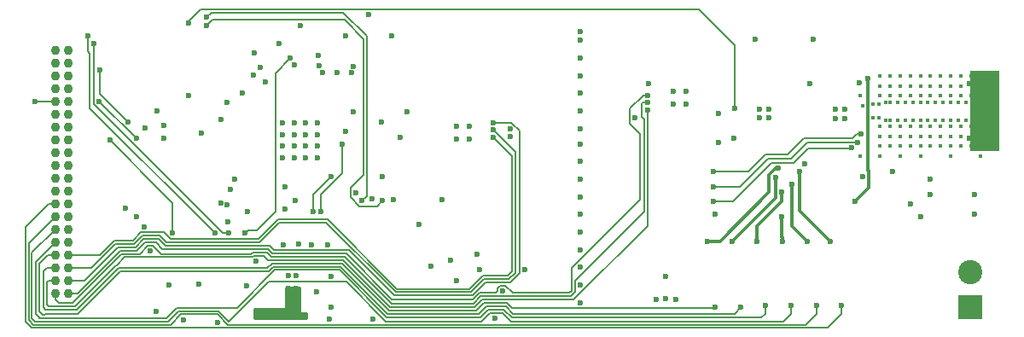
<source format=gbl>
G04 #@! TF.FileFunction,Copper,L4,Bot,Signal*
%FSLAX46Y46*%
G04 Gerber Fmt 4.6, Leading zero omitted, Abs format (unit mm)*
G04 Created by KiCad (PCBNEW 4.0.4-stable) date Sun Sep 18 14:26:42 2016*
%MOMM*%
%LPD*%
G01*
G04 APERTURE LIST*
%ADD10C,0.100000*%
%ADD11C,0.381000*%
%ADD12C,2.400000*%
%ADD13R,2.400000X2.400000*%
%ADD14C,0.925000*%
%ADD15R,3.000000X8.000000*%
%ADD16C,0.600000*%
%ADD17C,0.350000*%
%ADD18C,0.200000*%
%ADD19C,0.254000*%
G04 APERTURE END LIST*
D10*
D11*
X256000000Y-99000000D03*
X253000000Y-99000000D03*
X250000000Y-99000000D03*
X248000000Y-99000000D03*
X246000000Y-99000000D03*
X244000000Y-99000000D03*
X244000000Y-93000000D03*
X246000000Y-91000000D03*
X246000000Y-92000000D03*
X246000000Y-93000000D03*
X247000000Y-93000000D03*
X249000000Y-93000000D03*
X248000000Y-93000000D03*
X250000000Y-93000000D03*
X251000000Y-93000000D03*
X252000000Y-93000000D03*
X253000000Y-93000000D03*
X254000000Y-93000000D03*
X256000000Y-92000000D03*
X254000000Y-92000000D03*
X253000000Y-92000000D03*
X252000000Y-92000000D03*
X251000000Y-92000000D03*
X250000000Y-92000000D03*
X249000000Y-92000000D03*
X248000000Y-92000000D03*
X247000000Y-92000000D03*
X247000000Y-91000000D03*
X248000000Y-91000000D03*
X249000000Y-91000000D03*
X250000000Y-91000000D03*
X251000000Y-91000000D03*
X253000000Y-91000000D03*
X252000000Y-91000000D03*
X254000000Y-91000000D03*
X255000000Y-91000000D03*
X256000000Y-91000000D03*
X257000000Y-91000000D03*
X257000000Y-92000000D03*
X257000000Y-93000000D03*
X256000000Y-93000000D03*
X255000000Y-93000000D03*
X255000000Y-96000000D03*
X257000000Y-96000000D03*
X256000000Y-96000000D03*
X256000000Y-97000000D03*
X257000000Y-97000000D03*
X257000000Y-98000000D03*
X256000000Y-98000000D03*
X255000000Y-98000000D03*
X254000000Y-98000000D03*
X254000000Y-97000000D03*
X254000000Y-96000000D03*
X253000000Y-96000000D03*
X253000000Y-97000000D03*
X253000000Y-98000000D03*
X252000000Y-98000000D03*
X252000000Y-97000000D03*
X252000000Y-96000000D03*
X251000000Y-96000000D03*
X251000000Y-97000000D03*
X251000000Y-98000000D03*
X250000000Y-98000000D03*
X250000000Y-97000000D03*
X250000000Y-96000000D03*
X249000000Y-96000000D03*
X249000000Y-97000000D03*
X249000000Y-98000000D03*
X248000000Y-98000000D03*
X248000000Y-97000000D03*
X248000000Y-96000000D03*
X247000000Y-96000000D03*
X247000000Y-97000000D03*
X247000000Y-98000000D03*
X246000000Y-98000000D03*
X246000000Y-97000000D03*
X246000000Y-96000000D03*
X257500000Y-93600000D03*
X256750000Y-93600000D03*
X256000000Y-93600000D03*
X255250000Y-93600000D03*
X251500000Y-93600000D03*
X250750000Y-93600000D03*
X253750000Y-93600000D03*
X253000000Y-93600000D03*
X252250000Y-93600000D03*
X254500000Y-93600000D03*
X250000000Y-93600000D03*
X249250000Y-93600000D03*
X248500000Y-93600000D03*
X247750000Y-93600000D03*
X257500000Y-95400000D03*
X256750000Y-95400000D03*
X256000000Y-95400000D03*
X255250000Y-95400000D03*
X254500000Y-95400000D03*
X253750000Y-95400000D03*
X253000000Y-95400000D03*
X252250000Y-95400000D03*
X251500000Y-95400000D03*
X250750000Y-95400000D03*
X250000000Y-95400000D03*
X249250000Y-95400000D03*
X248500000Y-95400000D03*
X247750000Y-95400000D03*
X247000000Y-95400000D03*
X247000000Y-93600000D03*
X246600000Y-95400000D03*
X246600000Y-93600000D03*
X245900000Y-93850000D03*
X245900000Y-95200000D03*
X245300000Y-95200000D03*
X245300000Y-93850000D03*
D12*
X254950000Y-110450000D03*
D13*
X254950000Y-113950000D03*
D14*
X164180000Y-88450000D03*
X165450000Y-88450000D03*
X164180000Y-89720000D03*
X165450000Y-89720000D03*
X164180000Y-90990000D03*
X165450000Y-90990000D03*
X164180000Y-92260000D03*
X165450000Y-92260000D03*
X164180000Y-93530000D03*
X165450000Y-93530000D03*
X164180000Y-94800000D03*
X165450000Y-94800000D03*
X164180000Y-96070000D03*
X165450000Y-96070000D03*
X164180000Y-97340000D03*
X165450000Y-97340000D03*
X164180000Y-98610000D03*
X165450000Y-98610000D03*
X164180000Y-99880000D03*
X165450000Y-99880000D03*
X164180000Y-101150000D03*
X165450000Y-101150000D03*
X164180000Y-102420000D03*
X165450000Y-102420000D03*
X164180000Y-103690000D03*
X165450000Y-103690000D03*
X164180000Y-104960000D03*
X165450000Y-104960000D03*
X164180000Y-106230000D03*
X165450000Y-106230000D03*
X164180000Y-107500000D03*
X165450000Y-107500000D03*
X164180000Y-108770000D03*
X165450000Y-108770000D03*
X164180000Y-110040000D03*
X165450000Y-110040000D03*
X164180000Y-111310000D03*
X165450000Y-111310000D03*
X164180000Y-112580000D03*
X165450000Y-112580000D03*
D15*
X256400000Y-94500000D03*
D11*
X244300000Y-93950000D03*
D16*
X195700000Y-115150000D03*
X254900000Y-97200000D03*
X254900000Y-91800000D03*
X203400000Y-109300000D03*
X203950000Y-111350000D03*
X200250000Y-105750000D03*
X197750000Y-103250000D03*
X202500000Y-103250000D03*
X223760000Y-113160000D03*
X224750000Y-113150000D03*
X225740000Y-113210000D03*
X224750000Y-110950000D03*
X180600000Y-103600000D03*
X187000000Y-104250000D03*
X190325000Y-90000000D03*
X187848126Y-89888232D03*
X181200000Y-103800000D03*
X181200000Y-93600000D03*
X174300000Y-94500000D03*
X174900000Y-95900000D03*
X174900000Y-97200000D03*
X171100000Y-104100000D03*
X173000000Y-106000000D03*
X172200000Y-105000000D03*
X176900000Y-115200000D03*
X178400000Y-111700000D03*
X175425000Y-111725000D03*
X178650000Y-96650000D03*
X181950000Y-101250000D03*
X180300000Y-115500000D03*
X184100000Y-109400000D03*
X186100000Y-115000000D03*
X187200000Y-115000000D03*
X188100000Y-110800000D03*
X187300000Y-110800000D03*
X188100000Y-112110000D03*
X187270000Y-112110000D03*
X187270000Y-113300000D03*
X188100000Y-113300000D03*
X188000000Y-115000000D03*
X191500000Y-114000000D03*
X195250000Y-84950000D03*
X209300000Y-96300000D03*
X255400000Y-104700000D03*
X181500000Y-102300000D03*
X182750000Y-92750000D03*
X181250000Y-105500000D03*
X187000000Y-102000000D03*
X195600000Y-103200000D03*
X194000000Y-102600000D03*
X190300000Y-89000000D03*
X183900000Y-88700000D03*
X184500000Y-90200000D03*
X186700000Y-99150000D03*
X187850000Y-99150000D03*
X189000000Y-99150000D03*
X190150000Y-99150000D03*
X190150000Y-98000000D03*
X189000000Y-98000000D03*
X187850000Y-98000000D03*
X186700000Y-98000000D03*
X186700000Y-96850000D03*
X187850000Y-96850000D03*
X189000000Y-96850000D03*
X190150000Y-96850000D03*
X190150000Y-95700000D03*
X189000000Y-95700000D03*
X187850000Y-95700000D03*
X186700000Y-95700000D03*
X221700000Y-95200000D03*
X193600000Y-90700000D03*
X192100000Y-90700000D03*
X190700000Y-90700000D03*
X185000000Y-91600000D03*
X193700000Y-94600000D03*
X199100000Y-94600000D03*
X193700000Y-90100000D03*
X193000000Y-87000000D03*
X197500000Y-87000000D03*
X198350000Y-97150000D03*
X210750000Y-110250000D03*
X203950000Y-97300000D03*
X205250000Y-97300000D03*
X205250000Y-96000000D03*
X203950000Y-96000000D03*
X206000000Y-108700000D03*
X206250000Y-110250000D03*
X208550000Y-112350000D03*
X207750000Y-115050000D03*
X230000000Y-97600000D03*
X231500000Y-97200000D03*
X229650000Y-104750000D03*
X239050000Y-91750000D03*
X243900000Y-91700000D03*
X239350000Y-87400000D03*
X251000000Y-101250000D03*
X244250000Y-101000000D03*
X247200000Y-100500000D03*
X238500000Y-99750000D03*
X241600000Y-95250000D03*
X242500000Y-95250000D03*
X242500000Y-94350000D03*
X241600000Y-94350000D03*
X234050000Y-95200000D03*
X234950000Y-95200000D03*
X234950000Y-94300000D03*
X234050000Y-94300000D03*
X225450000Y-93800000D03*
X226750000Y-93800000D03*
X226750000Y-92500000D03*
X225450000Y-92500000D03*
X250000000Y-105000000D03*
X249000000Y-103750000D03*
X216250000Y-86572500D03*
X216250000Y-113500000D03*
X216250000Y-111750000D03*
X216250000Y-108250000D03*
X216250000Y-104750000D03*
X216250000Y-101250000D03*
X216250000Y-97750000D03*
X216250000Y-89250000D03*
X216250000Y-87500000D03*
X216250000Y-91000000D03*
X216250000Y-92750000D03*
X216250000Y-94500000D03*
X216250000Y-96250000D03*
X216250000Y-99500000D03*
X216250000Y-103000000D03*
X216250000Y-106500000D03*
X216250000Y-110000000D03*
X183000000Y-106600000D03*
X187500000Y-89250000D03*
X188500000Y-86000000D03*
X251000000Y-102750000D03*
X191500000Y-110900000D03*
X209300000Y-97027003D03*
X255400000Y-102800000D03*
X223000000Y-91800000D03*
X230000000Y-94700000D03*
X233600000Y-87400000D03*
X243500000Y-103500000D03*
X244800000Y-91300000D03*
X189750000Y-104500000D03*
X191500000Y-101000000D03*
X235900000Y-100200000D03*
X228900000Y-107400000D03*
X235650000Y-101100000D03*
X231300000Y-107450000D03*
X236252010Y-102500000D03*
X233800000Y-107450000D03*
X238000000Y-100500000D03*
X241050000Y-107450000D03*
X237250000Y-101750000D03*
X238800000Y-107450000D03*
X236250000Y-105000000D03*
X236300000Y-107450000D03*
X201450000Y-109900000D03*
X188000000Y-103400000D03*
X177350000Y-92950000D03*
X173600000Y-108400000D03*
X173100000Y-96200000D03*
X180600000Y-95350000D03*
X183150000Y-111850000D03*
X183250000Y-104500000D03*
X196600000Y-101000000D03*
X186400000Y-87800000D03*
X183800000Y-90900000D03*
X193000000Y-96500000D03*
X196550000Y-95550000D03*
X190500000Y-104500000D03*
X192600000Y-97800000D03*
X244150000Y-96750000D03*
X229500000Y-100500000D03*
X243800000Y-97600000D03*
X229500000Y-102000000D03*
X243172652Y-98127348D03*
X229500000Y-103500000D03*
X191400000Y-115172981D03*
X174200000Y-114400000D03*
X190055000Y-112455000D03*
X229600000Y-114000000D03*
X232200000Y-114000000D03*
X234600000Y-113800000D03*
X242200000Y-113800000D03*
X239700000Y-113800000D03*
X237200000Y-113800000D03*
X196600000Y-103400000D03*
X179200000Y-86000000D03*
X191200000Y-107783929D03*
X194600000Y-103400000D03*
X179200000Y-85200000D03*
X189600000Y-107783929D03*
X167400000Y-87000000D03*
X180000000Y-106600000D03*
X188300000Y-107700000D03*
X168000000Y-87760499D03*
X181400000Y-106600000D03*
X186800000Y-107783929D03*
X168530000Y-93530000D03*
X172200000Y-97200000D03*
X175800000Y-106600000D03*
X169600000Y-97400000D03*
X171379962Y-95600000D03*
X168600000Y-90400000D03*
X162130000Y-93530000D03*
X207600000Y-97100000D03*
X207600000Y-96372997D03*
X207600000Y-95645994D03*
X222900000Y-92927010D03*
X222900000Y-93654013D03*
X222900000Y-94381016D03*
X177400000Y-85800000D03*
X231600000Y-94200000D03*
D17*
X256400000Y-94500000D02*
X256400000Y-95700000D01*
X256400000Y-95700000D02*
X254900000Y-97200000D01*
X256400000Y-94500000D02*
X256400000Y-93300000D01*
X256400000Y-93300000D02*
X254900000Y-91800000D01*
D18*
X183000000Y-106600000D02*
X183299999Y-106300001D01*
X183299999Y-106300001D02*
X184199999Y-106300001D01*
X184199999Y-106300001D02*
X186000000Y-104500000D01*
X186000000Y-104500000D02*
X186000000Y-90750000D01*
X186000000Y-90750000D02*
X187500000Y-89250000D01*
D17*
X244800000Y-91300000D02*
X244800000Y-100400000D01*
X244800000Y-100400000D02*
X244852001Y-100452001D01*
X244852001Y-100452001D02*
X244852001Y-102147999D01*
X244852001Y-102147999D02*
X243799999Y-103200001D01*
X243799999Y-103200001D02*
X243500000Y-103500000D01*
D18*
X189750000Y-104500000D02*
X189750000Y-102750000D01*
X189750000Y-102750000D02*
X191500000Y-101000000D01*
D17*
X235659038Y-100200000D02*
X235900000Y-100200000D01*
X235000000Y-102500000D02*
X235000000Y-100859038D01*
X235000000Y-100859038D02*
X235659038Y-100200000D01*
X235000000Y-102500000D02*
X230100000Y-107400000D01*
X230100000Y-107400000D02*
X228900000Y-107400000D01*
X235650000Y-101100000D02*
X235650000Y-103100000D01*
X235650000Y-103100000D02*
X231300000Y-107450000D01*
X236252010Y-103497990D02*
X233800000Y-105950000D01*
X233800000Y-105950000D02*
X233800000Y-107450000D01*
X236252010Y-102500000D02*
X236252010Y-103497990D01*
X238000000Y-100500000D02*
X238000000Y-104400000D01*
X238000000Y-104400000D02*
X241050000Y-107450000D01*
X237250000Y-105900000D02*
X237250000Y-101750000D01*
X238800000Y-107450000D02*
X237250000Y-105900000D01*
X236250000Y-106975736D02*
X236250000Y-105000000D01*
X236300000Y-107450000D02*
X236300000Y-107025736D01*
X236300000Y-107025736D02*
X236250000Y-106975736D01*
D18*
X190500000Y-102779962D02*
X190500000Y-104500000D01*
X192600000Y-97800000D02*
X192600000Y-100679962D01*
X192600000Y-100679962D02*
X190500000Y-102779962D01*
X232900000Y-100500000D02*
X229500000Y-100500000D01*
X234600000Y-98800000D02*
X232900000Y-100500000D01*
X236800000Y-98800000D02*
X234600000Y-98800000D01*
X238400000Y-97200000D02*
X236800000Y-98800000D01*
X243275736Y-97200000D02*
X238400000Y-97200000D01*
X244150000Y-96750000D02*
X243725736Y-96750000D01*
X243725736Y-96750000D02*
X243275736Y-97200000D01*
X238800000Y-97600000D02*
X243800000Y-97600000D01*
X237200000Y-99200000D02*
X238800000Y-97600000D01*
X234900000Y-99200000D02*
X237200000Y-99200000D01*
X232100000Y-102000000D02*
X234900000Y-99200000D01*
X229924264Y-102000000D02*
X232100000Y-102000000D01*
X229500000Y-102000000D02*
X229924264Y-102000000D01*
X238900000Y-98200000D02*
X243100000Y-98200000D01*
X243100000Y-98200000D02*
X243172652Y-98127348D01*
X237427001Y-99672999D02*
X238900000Y-98200000D01*
X231400000Y-103500000D02*
X235227001Y-99672999D01*
X235227001Y-99672999D02*
X237427001Y-99672999D01*
X229924264Y-103500000D02*
X231400000Y-103500000D01*
X229500000Y-103500000D02*
X229924264Y-103500000D01*
X164180000Y-110040000D02*
X163360000Y-110040000D01*
X163360000Y-110040000D02*
X163000000Y-110400000D01*
X166337540Y-114200000D02*
X170464549Y-110072990D01*
X163000000Y-110400000D02*
X163000000Y-114000000D01*
X163000000Y-114000000D02*
X163200000Y-114200000D01*
X206658031Y-113541969D02*
X209004430Y-113541969D01*
X163200000Y-114200000D02*
X166337540Y-114200000D01*
X170464549Y-110072990D02*
X185202090Y-110072990D01*
X185202090Y-110072990D02*
X185656101Y-109618979D01*
X209489462Y-114027001D02*
X229572999Y-114027001D01*
X185656101Y-109618979D02*
X192606361Y-109618979D01*
X192606361Y-109618979D02*
X197260371Y-114272990D01*
X197260371Y-114272990D02*
X205927010Y-114272990D01*
X229572999Y-114027001D02*
X229600000Y-114000000D01*
X205927010Y-114272990D02*
X206658031Y-113541969D01*
X209004430Y-113541969D02*
X209489462Y-114027001D01*
X192470910Y-109945989D02*
X185791551Y-109945989D01*
X232200000Y-114000000D02*
X231600000Y-114600000D01*
X206931021Y-113868979D02*
X206200000Y-114600000D01*
X231600000Y-114600000D02*
X209600000Y-114600000D01*
X209600000Y-114600000D02*
X208868979Y-113868979D01*
X208868979Y-113868979D02*
X206931021Y-113868979D01*
X162600000Y-114400000D02*
X162600000Y-109600000D01*
X197124921Y-114600000D02*
X192470910Y-109945989D01*
X206200000Y-114600000D02*
X197124921Y-114600000D01*
X185791551Y-109945989D02*
X185337540Y-110400000D01*
X185337540Y-110400000D02*
X170600000Y-110400000D01*
X166400000Y-114600000D02*
X163180462Y-114600000D01*
X170600000Y-110400000D02*
X166400000Y-114600000D01*
X163180462Y-114600000D02*
X163061501Y-114718961D01*
X163061501Y-114718961D02*
X162918961Y-114718961D01*
X162600000Y-109600000D02*
X163430000Y-108770000D01*
X162918961Y-114718961D02*
X162600000Y-114400000D01*
X163430000Y-108770000D02*
X164180000Y-108770000D01*
X209462460Y-115000000D02*
X208658450Y-114195989D01*
X234600000Y-113800000D02*
X234600000Y-114600000D01*
X234600000Y-114600000D02*
X234200000Y-115000000D01*
X234200000Y-115000000D02*
X209462460Y-115000000D01*
X175154029Y-115045971D02*
X162600000Y-115045971D01*
X185927001Y-110272999D02*
X182181021Y-114018979D01*
X206337540Y-115000000D02*
X197062460Y-115000000D01*
X208658450Y-114195989D02*
X207141551Y-114195989D01*
X176181021Y-114018979D02*
X175154029Y-115045971D01*
X207141551Y-114195989D02*
X206337540Y-115000000D01*
X162600000Y-115000000D02*
X162200000Y-114600000D01*
X182181021Y-114018979D02*
X176181021Y-114018979D01*
X197062460Y-115000000D02*
X192335459Y-110272999D01*
X192335459Y-110272999D02*
X185927001Y-110272999D01*
X162600000Y-115045971D02*
X162600000Y-115000000D01*
X162200000Y-114600000D02*
X162200000Y-109480000D01*
X162200000Y-109480000D02*
X164180000Y-107500000D01*
X242200000Y-114600000D02*
X242200000Y-113800000D01*
X240772999Y-116027001D02*
X242200000Y-114600000D01*
X161200000Y-115400000D02*
X161827001Y-116027001D01*
X161827001Y-116027001D02*
X240772999Y-116027001D01*
X161200000Y-106015927D02*
X161200000Y-115400000D01*
X164180000Y-103690000D02*
X163525927Y-103690000D01*
X163525927Y-103690000D02*
X161200000Y-106015927D01*
X239700000Y-114600000D02*
X239700000Y-113800000D01*
X238600000Y-115700000D02*
X239700000Y-114600000D01*
X238200000Y-115700000D02*
X238600000Y-115700000D01*
X238037539Y-115700000D02*
X238200000Y-115700000D01*
X192150000Y-115700000D02*
X192300000Y-115700000D01*
X181279962Y-115700000D02*
X192150000Y-115700000D01*
X192150000Y-115700000D02*
X238037539Y-115700000D01*
X169672990Y-115699991D02*
X175620047Y-115699991D01*
X175620047Y-115699991D02*
X176647039Y-114672999D01*
X176647039Y-114672999D02*
X180252961Y-114672999D01*
X180252961Y-114672999D02*
X181279962Y-115700000D01*
X164180000Y-104960000D02*
X161527010Y-107612990D01*
X161527010Y-107612990D02*
X161527010Y-115264550D01*
X161527010Y-115264550D02*
X161962451Y-115699991D01*
X161962451Y-115699991D02*
X169672990Y-115699991D01*
X237200000Y-114600000D02*
X237200000Y-113800000D01*
X236427019Y-115372981D02*
X237200000Y-114600000D01*
X209372981Y-115372981D02*
X236427019Y-115372981D01*
X206427019Y-115372981D02*
X207277001Y-114522999D01*
X207277001Y-114522999D02*
X208522999Y-114522999D01*
X208522999Y-114522999D02*
X209372981Y-115372981D01*
X196972981Y-115372981D02*
X206427019Y-115372981D01*
X192627001Y-111427001D02*
X193027001Y-111427001D01*
X193027001Y-111427001D02*
X196972981Y-115372981D01*
X181400000Y-115357578D02*
X185330577Y-111427001D01*
X185330577Y-111427001D02*
X192627001Y-111427001D01*
X175364559Y-115372981D02*
X176391550Y-114345989D01*
X176391550Y-114345989D02*
X180388412Y-114345989D01*
X180388412Y-114345989D02*
X181400000Y-115357578D01*
X162172981Y-115372981D02*
X175364559Y-115372981D01*
X164180000Y-106230000D02*
X161854020Y-108555980D01*
X161854020Y-108555980D02*
X161854020Y-115054020D01*
X161854020Y-115054020D02*
X162172981Y-115372981D01*
X196600000Y-103400000D02*
X196072999Y-103927001D01*
X194347039Y-103927001D02*
X193472999Y-103052961D01*
X196072999Y-103927001D02*
X194347039Y-103927001D01*
X193472999Y-103052961D02*
X193472999Y-102127001D01*
X193472999Y-102127001D02*
X194745989Y-100854011D01*
X179499999Y-85700001D02*
X179200000Y-86000000D01*
X194745989Y-100854011D02*
X194745989Y-87345989D01*
X194745989Y-87345989D02*
X192852961Y-85452961D01*
X192852961Y-85452961D02*
X179747039Y-85452961D01*
X179747039Y-85452961D02*
X179499999Y-85700001D01*
X195072999Y-102927001D02*
X194600000Y-103400000D01*
X192727010Y-84727010D02*
X195072999Y-87072999D01*
X195072999Y-87072999D02*
X195072999Y-102927001D01*
X179200000Y-85200000D02*
X179672990Y-84727010D01*
X179672990Y-84727010D02*
X192727010Y-84727010D01*
X167400000Y-88600000D02*
X167400000Y-87000000D01*
X167600000Y-88800000D02*
X167400000Y-88600000D01*
X167600000Y-94200000D02*
X167600000Y-88800000D01*
X180000000Y-106600000D02*
X167600000Y-94200000D01*
X181400000Y-106600000D02*
X180800000Y-106600000D01*
X180800000Y-106600000D02*
X168002999Y-93802999D01*
X168002999Y-93802999D02*
X168002999Y-87763498D01*
X168002999Y-87763498D02*
X168000000Y-87760499D01*
X168530000Y-93530000D02*
X172200000Y-97200000D01*
X175800000Y-103600000D02*
X175800000Y-106600000D01*
X174800000Y-102600000D02*
X175800000Y-103600000D01*
X169600000Y-97400000D02*
X174800000Y-102600000D01*
X168600000Y-90824264D02*
X168600000Y-92820038D01*
X168600000Y-92820038D02*
X171379962Y-95600000D01*
X168600000Y-90400000D02*
X168600000Y-90824264D01*
X164180000Y-93530000D02*
X162130000Y-93530000D01*
X165450000Y-108770000D02*
X168567540Y-108770000D01*
X209472990Y-98972990D02*
X207600000Y-97100000D01*
X191197911Y-105272990D02*
X198070901Y-112145980D01*
X168567540Y-108770000D02*
X169991559Y-107345980D01*
X169991559Y-107345980D02*
X171866639Y-107345980D01*
X175600000Y-107200000D02*
X184337540Y-107200000D01*
X171866639Y-107345980D02*
X172666638Y-106545980D01*
X174945980Y-106545980D02*
X175600000Y-107200000D01*
X172666638Y-106545980D02*
X174945980Y-106545980D01*
X184337540Y-107200000D02*
X186264549Y-105272990D01*
X186264549Y-105272990D02*
X191197911Y-105272990D01*
X209075080Y-110800000D02*
X209472990Y-110402090D01*
X198070901Y-112145980D02*
X205279255Y-112145980D01*
X206600000Y-110800000D02*
X209075080Y-110800000D01*
X205279255Y-112145980D02*
X205512617Y-111912619D01*
X205512617Y-111912619D02*
X205512617Y-111887383D01*
X205512617Y-111887383D02*
X206600000Y-110800000D01*
X209472990Y-110402090D02*
X209472990Y-98972990D01*
X209168561Y-111168979D02*
X206718717Y-111168979D01*
X207600000Y-96372997D02*
X207652959Y-96372997D01*
X207652959Y-96372997D02*
X209800000Y-98520038D01*
X172002089Y-107672990D02*
X170127010Y-107672990D01*
X170127010Y-107672990D02*
X167760000Y-110040000D01*
X209800000Y-98520038D02*
X209800000Y-110537540D01*
X209800000Y-110537540D02*
X209168561Y-111168979D01*
X206718717Y-111168979D02*
X205414707Y-112472990D01*
X191062460Y-105600000D02*
X186400000Y-105600000D01*
X205414707Y-112472990D02*
X197935450Y-112472990D01*
X197935450Y-112472990D02*
X191062460Y-105600000D01*
X174535451Y-106872990D02*
X172802089Y-106872990D01*
X186400000Y-105600000D02*
X184454020Y-107545980D01*
X184454020Y-107545980D02*
X175208440Y-107545980D01*
X172802089Y-106872990D02*
X172002089Y-107672990D01*
X175208440Y-107545980D02*
X174535451Y-106872990D01*
X167760000Y-110040000D02*
X165450000Y-110040000D01*
X165450000Y-111310000D02*
X167090000Y-111310000D01*
X206854168Y-111495989D02*
X209304011Y-111495989D01*
X209304011Y-111495989D02*
X210200000Y-110600000D01*
X167090000Y-111310000D02*
X170400000Y-108000000D01*
X170400000Y-108000000D02*
X172137540Y-108000000D01*
X205550157Y-112800000D02*
X206854168Y-111495989D01*
X185397911Y-107872990D02*
X185835860Y-108310939D01*
X172137540Y-108000000D02*
X172937540Y-107200000D01*
X210200000Y-110600000D02*
X210200000Y-96420038D01*
X172937540Y-107200000D02*
X174400000Y-107200000D01*
X174400000Y-107200000D02*
X175072990Y-107872990D01*
X197800000Y-112800000D02*
X205550157Y-112800000D01*
X175072990Y-107872990D02*
X185397911Y-107872990D01*
X185835860Y-108310939D02*
X193310939Y-108310939D01*
X193310939Y-108310939D02*
X197800000Y-112800000D01*
X210200000Y-96420038D02*
X209425956Y-95645994D01*
X209425956Y-95645994D02*
X208024264Y-95645994D01*
X208024264Y-95645994D02*
X207600000Y-95645994D01*
X221102536Y-104367502D02*
X221070038Y-104400000D01*
X221070038Y-104400000D02*
X215395989Y-110074049D01*
X222200000Y-96800000D02*
X222200000Y-103270038D01*
X222200000Y-103270038D02*
X221070038Y-104400000D01*
X222900000Y-92927010D02*
X222475736Y-92927010D01*
X209540901Y-112560939D02*
X208802961Y-111822999D01*
X222475736Y-92927010D02*
X221172999Y-94229747D01*
X170591559Y-108345980D02*
X166357540Y-112580000D01*
X221172999Y-94229747D02*
X221172999Y-95772999D01*
X172254020Y-108345980D02*
X170591559Y-108345980D01*
X215395989Y-110074049D02*
X215395989Y-112341551D01*
X221172999Y-95772999D02*
X222200000Y-96800000D01*
X197574764Y-113200000D02*
X193012714Y-108637949D01*
X208297039Y-111822999D02*
X208022999Y-112097039D01*
X215176601Y-112560939D02*
X209540901Y-112560939D01*
X208022999Y-112097039D02*
X208022999Y-112377001D01*
X174145989Y-107545989D02*
X173054011Y-107545989D01*
X215395989Y-112341551D02*
X215176601Y-112560939D01*
X208802961Y-111822999D02*
X208297039Y-111822999D01*
X207839061Y-112560939D02*
X206251678Y-112560939D01*
X208022999Y-112377001D02*
X207839061Y-112560939D01*
X206251678Y-112560939D02*
X205612617Y-113200000D01*
X205612617Y-113200000D02*
X197574764Y-113200000D01*
X193012714Y-108637949D02*
X185700409Y-108637949D01*
X185700409Y-108637949D02*
X185262460Y-108200000D01*
X174800000Y-108200000D02*
X174145989Y-107545989D01*
X185262460Y-108200000D02*
X174800000Y-108200000D01*
X173054011Y-107545989D02*
X172254020Y-108345980D01*
X166357540Y-112580000D02*
X165450000Y-112580000D01*
X165854020Y-113545980D02*
X170727010Y-108672990D01*
X164180000Y-112580000D02*
X164180000Y-113234073D01*
X164180000Y-113234073D02*
X164491907Y-113545980D01*
X173347039Y-107872999D02*
X173872999Y-107872999D01*
X164491907Y-113545980D02*
X165854020Y-113545980D01*
X185564959Y-108964959D02*
X192877263Y-108964959D01*
X172547048Y-108672990D02*
X173347039Y-107872999D01*
X170727010Y-108672990D02*
X172547048Y-108672990D01*
X173872999Y-107872999D02*
X174672990Y-108672990D01*
X215722999Y-112477001D02*
X215722999Y-111306963D01*
X192877263Y-108964959D02*
X197512304Y-113600000D01*
X174672990Y-108672990D02*
X183584587Y-108672990D01*
X183584587Y-108672990D02*
X183711588Y-108545989D01*
X205675078Y-113600000D02*
X206387129Y-112887949D01*
X215312051Y-112887949D02*
X215722999Y-112477001D01*
X215722999Y-111306963D02*
X222572990Y-104456972D01*
X222372999Y-95093037D02*
X222372999Y-93756750D01*
X222372999Y-93756750D02*
X222475736Y-93654013D01*
X183711588Y-108545989D02*
X185145989Y-108545989D01*
X185145989Y-108545989D02*
X185564959Y-108964959D01*
X197512304Y-113600000D02*
X205675078Y-113600000D01*
X206387129Y-112887949D02*
X215312051Y-112887949D01*
X222572990Y-104456972D02*
X222572990Y-95293028D01*
X222572990Y-95293028D02*
X222372999Y-95093037D01*
X222475736Y-93654013D02*
X222900000Y-93654013D01*
X164180000Y-111310000D02*
X163525927Y-111310000D01*
X163525927Y-111310000D02*
X163327010Y-111508917D01*
X183720038Y-109000000D02*
X183847039Y-108872999D01*
X170275078Y-109800000D02*
X171075078Y-109000000D01*
X163327010Y-111508917D02*
X163327010Y-113727010D01*
X222900000Y-105879962D02*
X222900000Y-94805280D01*
X163327010Y-113727010D02*
X163472990Y-113872990D01*
X185291969Y-109291969D02*
X192741812Y-109291969D01*
X171075078Y-109000000D02*
X183720038Y-109000000D01*
X163472990Y-113872990D02*
X166127010Y-113872990D01*
X197395823Y-113945980D02*
X205791560Y-113945980D01*
X166127010Y-113872990D02*
X170200000Y-109800000D01*
X170200000Y-109800000D02*
X170275078Y-109800000D01*
X183847039Y-108872999D02*
X184872999Y-108872999D01*
X184872999Y-108872999D02*
X185291969Y-109291969D01*
X192741812Y-109291969D02*
X197395823Y-113945980D01*
X205791560Y-113945980D02*
X206522580Y-113214959D01*
X206522580Y-113214959D02*
X215565003Y-113214959D01*
X215565003Y-113214959D02*
X222900000Y-105879962D01*
X222900000Y-94805280D02*
X222900000Y-94381016D01*
X178600000Y-84400000D02*
X177400000Y-85600000D01*
X177400000Y-85600000D02*
X177400000Y-85800000D01*
X178800000Y-84400000D02*
X178600000Y-84400000D01*
X231600000Y-94200000D02*
X231600000Y-88000000D01*
X231600000Y-88000000D02*
X228000000Y-84400000D01*
X228000000Y-84400000D02*
X178800000Y-84400000D01*
D19*
G36*
X188373000Y-114400000D02*
X188383006Y-114449410D01*
X188411447Y-114491035D01*
X188453841Y-114518315D01*
X188500000Y-114527000D01*
X189073000Y-114527000D01*
X189073000Y-115073000D01*
X183927000Y-115073000D01*
X183927000Y-114127000D01*
X186900000Y-114127000D01*
X186949410Y-114116994D01*
X186991035Y-114088553D01*
X187018315Y-114046159D01*
X187027000Y-114000000D01*
X187027000Y-112054001D01*
X188373000Y-112054001D01*
X188373000Y-114400000D01*
X188373000Y-114400000D01*
G37*
X188373000Y-114400000D02*
X188383006Y-114449410D01*
X188411447Y-114491035D01*
X188453841Y-114518315D01*
X188500000Y-114527000D01*
X189073000Y-114527000D01*
X189073000Y-115073000D01*
X183927000Y-115073000D01*
X183927000Y-114127000D01*
X186900000Y-114127000D01*
X186949410Y-114116994D01*
X186991035Y-114088553D01*
X187018315Y-114046159D01*
X187027000Y-114000000D01*
X187027000Y-112054001D01*
X188373000Y-112054001D01*
X188373000Y-114400000D01*
M02*

</source>
